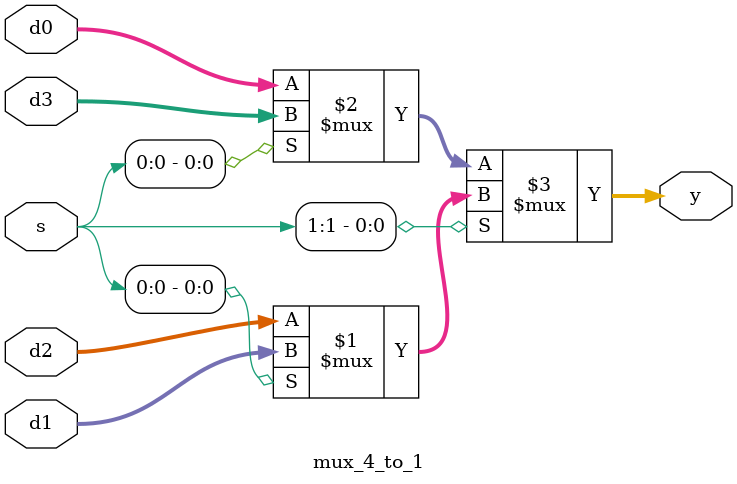
<source format=sv>
module mux_4_to_1
	#(parameter n=2)
	(
	input logic [n-1:0] d0,d1,d2,d3,
	input logic [1:0] s,
	output logic [n-1:0] y
	);
	
	assign y = s[1]? (s[0]? d1 : d2): 
						  (s[0]? d3 : d0);
	
endmodule	
</source>
